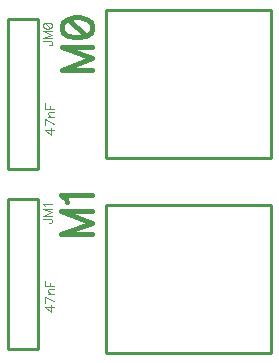
<source format=gbr>
G04 DipTrace 3.3.1.1*
G04 TopSilk.gbr*
%MOMM*%
G04 #@! TF.FileFunction,Legend,Top*
G04 #@! TF.Part,Single*
%ADD10C,0.25*%
%ADD30C,0.11765*%
%ADD31C,0.39216*%
%FSLAX35Y35*%
G04*
G71*
G90*
G75*
G01*
G04 TopSilk*
%LPD*%
X172996Y1574944D2*
D10*
X427000D1*
Y2845056D1*
X172996D1*
Y1574944D1*
Y54944D2*
X427000D1*
Y1325056D1*
X172996D1*
Y54944D1*
X2400020Y1669975D2*
X999980D1*
Y2919999D1*
X2400020D1*
Y1669975D1*
X999980Y1270025D2*
X2400020D1*
Y20001D1*
X999980D1*
Y1270025D1*
X468658Y2660041D2*
D30*
X526946D1*
X537896Y2656419D1*
X541518Y2652713D1*
X545224Y2645469D1*
Y2638141D1*
X541518Y2630897D1*
X537896Y2627275D1*
X526946Y2623569D1*
X519702D1*
X545224Y2741858D2*
X468658D1*
X545224Y2712714D1*
X468658Y2683570D1*
X545224D1*
X468742Y2787287D2*
X472364Y2776337D1*
X483314Y2769009D1*
X501508Y2765387D1*
X512458D1*
X530652Y2769009D1*
X541602Y2776337D1*
X545224Y2787287D1*
Y2794531D1*
X541602Y2805481D1*
X530652Y2812725D1*
X512458Y2816431D1*
X501508D1*
X483314Y2812725D1*
X472364Y2805481D1*
X468742Y2794531D1*
Y2787287D1*
X483314Y2812725D2*
X530652Y2769009D1*
X468658Y1156424D2*
X526946D1*
X537896Y1152802D1*
X541518Y1149096D1*
X545224Y1141852D1*
Y1134524D1*
X541518Y1127280D1*
X537896Y1123658D1*
X526946Y1119952D1*
X519702D1*
X545224Y1238241D2*
X468658D1*
X545224Y1209097D1*
X468658Y1179953D1*
X545224D1*
X483314Y1261770D2*
X479608Y1269098D1*
X468742Y1280048D1*
X545224D1*
X564974Y1904565D2*
X488492D1*
X539452Y1868094D1*
Y1922759D1*
X564974Y1960860D2*
X488492Y1997332D1*
Y1946289D1*
X513930Y2020862D2*
X564974D1*
X528502D2*
X517552Y2031812D1*
X513930Y2039140D1*
Y2050006D1*
X517552Y2057334D1*
X528502Y2060956D1*
X564974Y2060955D1*
X488408Y2131907D2*
Y2084485D1*
X564974D1*
X524880D2*
Y2113629D1*
X564974Y404565D2*
X488492D1*
X539452Y368094D1*
Y422759D1*
X564974Y460860D2*
X488492Y497332D1*
Y446289D1*
X513930Y520862D2*
X564974D1*
X528502D2*
X517552Y531812D1*
X513930Y539140D1*
Y550006D1*
X517552Y557334D1*
X528502Y560956D1*
X564974Y560955D1*
X488408Y631907D2*
Y584485D1*
X564974D1*
X524880D2*
Y613629D1*
X883743Y2613404D2*
D31*
X628524D1*
X883743Y2516258D1*
X628523Y2419112D1*
X883743D1*
X628804Y2764835D2*
X640877Y2728335D1*
X677377Y2703908D1*
X738024Y2691835D1*
X774524D1*
X835170Y2703908D1*
X871670Y2728335D1*
X883743Y2764835D1*
Y2788981D1*
X871670Y2825481D1*
X835170Y2849627D1*
X774524Y2861981D1*
X738024D1*
X677377Y2849627D1*
X640877Y2825481D1*
X628804Y2788981D1*
Y2764835D1*
X677377Y2849627D2*
X835170Y2703908D1*
X879133Y1218013D2*
X623914D1*
X879133Y1120867D1*
X623914Y1023721D1*
X879133D1*
X672768Y1296445D2*
X660414Y1320872D1*
X624195Y1357372D1*
X879133Y1357371D1*
M02*

</source>
